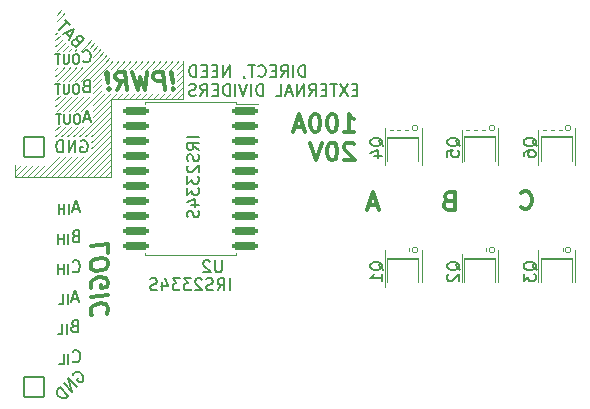
<source format=gbo>
G04 #@! TF.GenerationSoftware,KiCad,Pcbnew,6.0.1-79c1e3a40b~116~ubuntu21.04.1*
G04 #@! TF.CreationDate,2022-02-15T19:11:40-05:00*
G04 #@! TF.ProjectId,ESC_driver,4553435f-6472-4697-9665-722e6b696361,rev?*
G04 #@! TF.SameCoordinates,Original*
G04 #@! TF.FileFunction,Legend,Bot*
G04 #@! TF.FilePolarity,Positive*
%FSLAX46Y46*%
G04 Gerber Fmt 4.6, Leading zero omitted, Abs format (unit mm)*
G04 Created by KiCad (PCBNEW 6.0.1-79c1e3a40b~116~ubuntu21.04.1) date 2022-02-15 19:11:40*
%MOMM*%
%LPD*%
G01*
G04 APERTURE LIST*
G04 Aperture macros list*
%AMRoundRect*
0 Rectangle with rounded corners*
0 $1 Rounding radius*
0 $2 $3 $4 $5 $6 $7 $8 $9 X,Y pos of 4 corners*
0 Add a 4 corners polygon primitive as box body*
4,1,4,$2,$3,$4,$5,$6,$7,$8,$9,$2,$3,0*
0 Add four circle primitives for the rounded corners*
1,1,$1+$1,$2,$3*
1,1,$1+$1,$4,$5*
1,1,$1+$1,$6,$7*
1,1,$1+$1,$8,$9*
0 Add four rect primitives between the rounded corners*
20,1,$1+$1,$2,$3,$4,$5,0*
20,1,$1+$1,$4,$5,$6,$7,0*
20,1,$1+$1,$6,$7,$8,$9,0*
20,1,$1+$1,$8,$9,$2,$3,0*%
G04 Aperture macros list end*
%ADD10C,0.120000*%
%ADD11C,0.300000*%
%ADD12C,0.150000*%
%ADD13C,0.100000*%
%ADD14RoundRect,0.050000X0.850000X0.850000X-0.850000X0.850000X-0.850000X-0.850000X0.850000X-0.850000X0*%
%ADD15O,1.800000X1.800000*%
%ADD16RoundRect,0.050000X-0.200000X-0.200000X0.200000X-0.200000X0.200000X0.200000X-0.200000X0.200000X0*%
%ADD17RoundRect,0.050000X-1.325000X1.100000X-1.325000X-1.100000X1.325000X-1.100000X1.325000X1.100000X0*%
%ADD18RoundRect,0.200000X0.875000X0.150000X-0.875000X0.150000X-0.875000X-0.150000X0.875000X-0.150000X0*%
G04 APERTURE END LIST*
D10*
X99949000Y-137795000D02*
X100076000Y-137668000D01*
X104648000Y-134620000D02*
X105156000Y-134112000D01*
X109728000Y-131572000D02*
X109728000Y-131445000D01*
X100838000Y-134366000D02*
X100584000Y-134620000D01*
X102108000Y-132588000D02*
X101854000Y-132842000D01*
X97536000Y-140208000D02*
X96520000Y-141224000D01*
X98044000Y-140208000D02*
X97028000Y-141224000D01*
X102108000Y-131572000D02*
X102616000Y-131064000D01*
X101473000Y-137795000D02*
X101600000Y-137668000D01*
X109728000Y-133604000D02*
X108712000Y-134620000D01*
X100203000Y-131953000D02*
X100076000Y-132080000D01*
X102108000Y-133604000D02*
X102616000Y-133096000D01*
X100584000Y-141224000D02*
X103632000Y-138176000D01*
X102616000Y-133604000D02*
X102870000Y-133350000D01*
X100076000Y-134620000D02*
X99060000Y-135636000D01*
X103632000Y-141224000D02*
X103632000Y-134620000D01*
X100457000Y-137795000D02*
X100584000Y-137668000D01*
X105664000Y-134112000D02*
X105156000Y-134620000D01*
X100965000Y-137795000D02*
X101092000Y-137668000D01*
X103632000Y-134620000D02*
X109728000Y-134620000D01*
X100838000Y-136906000D02*
X100584000Y-137160000D01*
X102616000Y-133096000D02*
X102870000Y-132842000D01*
X102108000Y-133096000D02*
X103632000Y-131572000D01*
X109220000Y-132588000D02*
X109728000Y-132080000D01*
X105664000Y-132080000D02*
X106172000Y-131572000D01*
X104140000Y-132080000D02*
X104648000Y-131572000D01*
X109347000Y-131445000D02*
X109220000Y-131572000D01*
X103632000Y-137668000D02*
X100076000Y-141224000D01*
X99187000Y-131953000D02*
X98933000Y-132207000D01*
X101092000Y-137668000D02*
X103632000Y-135128000D01*
X99568000Y-133096000D02*
X100584000Y-132080000D01*
X99822000Y-139446000D02*
X99568000Y-139700000D01*
X104775000Y-131445000D02*
X104648000Y-131572000D01*
X101981000Y-137795000D02*
X102108000Y-137668000D01*
X100076000Y-133096000D02*
X101092000Y-132080000D01*
X101092000Y-141224000D02*
X103632000Y-138684000D01*
X99568000Y-127508000D02*
X99695000Y-127381000D01*
X103124000Y-134112000D02*
X102108000Y-135128000D01*
X104267000Y-131445000D02*
X104140000Y-131572000D01*
X109728000Y-133096000D02*
X109220000Y-133604000D01*
X99822000Y-136906000D02*
X99568000Y-137160000D01*
X107188000Y-132080000D02*
X107696000Y-131572000D01*
X99695000Y-131953000D02*
X99568000Y-132080000D01*
X108712000Y-134112000D02*
X108204000Y-134620000D01*
X103759000Y-131445000D02*
X103632000Y-131572000D01*
X99568000Y-137668000D02*
X100076000Y-137160000D01*
X101346000Y-139446000D02*
X101092000Y-139700000D01*
X105664000Y-134620000D02*
X106172000Y-134112000D01*
X101219000Y-131953000D02*
X101092000Y-132080000D01*
X102108000Y-138176000D02*
X103632000Y-136652000D01*
X104140000Y-134112000D02*
X102108000Y-136144000D01*
X100330000Y-136906000D02*
X100076000Y-137160000D01*
X98933000Y-129159000D02*
X99060000Y-129032000D01*
X107315000Y-131445000D02*
X107188000Y-131572000D01*
X108712000Y-132080000D02*
X109220000Y-131572000D01*
X105156000Y-132080000D02*
X105664000Y-131572000D01*
X101092000Y-133096000D02*
X103124000Y-131064000D01*
X108204000Y-132080000D02*
X108712000Y-131572000D01*
X101092000Y-134620000D02*
X100076000Y-135636000D01*
X100330000Y-139446000D02*
X100076000Y-139700000D01*
X100584000Y-130556000D02*
X100711000Y-130429000D01*
X104648000Y-134112000D02*
X104140000Y-134620000D01*
X103124000Y-141224000D02*
X103632000Y-140716000D01*
X99568000Y-132588000D02*
X100076000Y-132080000D01*
X103632000Y-132080000D02*
X104140000Y-131572000D01*
X99060000Y-130048000D02*
X99568000Y-129540000D01*
X99568000Y-139700000D02*
X98044000Y-141224000D01*
X98933000Y-132715000D02*
X99060000Y-132588000D01*
X98933000Y-137795000D02*
X99060000Y-137668000D01*
X108331000Y-131445000D02*
X108204000Y-131572000D01*
X101981000Y-138811000D02*
X102108000Y-138684000D01*
X99060000Y-132588000D02*
X99568000Y-132080000D01*
X99060000Y-139700000D02*
X97536000Y-141224000D01*
X97028000Y-140208000D02*
X96012000Y-141224000D01*
X100330000Y-134366000D02*
X100076000Y-134620000D01*
X105791000Y-131445000D02*
X105664000Y-131572000D01*
X106680000Y-134620000D02*
X107188000Y-134112000D01*
X102616000Y-134112000D02*
X101092000Y-135636000D01*
X109220000Y-133096000D02*
X109728000Y-132588000D01*
X101854000Y-134366000D02*
X101600000Y-134620000D01*
X106172000Y-132080000D02*
X106680000Y-131572000D01*
X98933000Y-137287000D02*
X99314000Y-136906000D01*
X98933000Y-135255000D02*
X99060000Y-135128000D01*
X101981000Y-138303000D02*
X102108000Y-138176000D01*
X102108000Y-134112000D02*
X102616000Y-133604000D01*
X102108000Y-135636000D02*
X103632000Y-134112000D01*
X101600000Y-134620000D02*
X100584000Y-135636000D01*
X107823000Y-131445000D02*
X107696000Y-131572000D01*
X101981000Y-129667000D02*
X101600000Y-130048000D01*
X99060000Y-127508000D02*
X99441000Y-127127000D01*
X103251000Y-130937000D02*
X103124000Y-131064000D01*
X99822000Y-129794000D02*
X99568000Y-130048000D01*
X100838000Y-139446000D02*
X100584000Y-139700000D01*
X95504000Y-141224000D02*
X103632000Y-141224000D01*
X102108000Y-132588000D02*
X103124000Y-131572000D01*
X99314000Y-134366000D02*
X98933000Y-134747000D01*
X98933000Y-130175000D02*
X99060000Y-130048000D01*
X107696000Y-132080000D02*
X108204000Y-131572000D01*
X100711000Y-131953000D02*
X100584000Y-132080000D01*
X106807000Y-131445000D02*
X106680000Y-131572000D01*
X99060000Y-133096000D02*
X99568000Y-132588000D01*
X103124000Y-131572000D02*
X103505000Y-131191000D01*
X102108000Y-141224000D02*
X103632000Y-139700000D01*
X99441000Y-137795000D02*
X99568000Y-137668000D01*
X109220000Y-134620000D02*
X109728000Y-134112000D01*
X100584000Y-133096000D02*
X101600000Y-132080000D01*
X106680000Y-134112000D02*
X106172000Y-134620000D01*
X102997000Y-130683000D02*
X102616000Y-131064000D01*
X102108000Y-131064000D02*
X102616000Y-130556000D01*
X100584000Y-134620000D02*
X99568000Y-135636000D01*
X108204000Y-134112000D02*
X107696000Y-134620000D01*
X102616000Y-134112000D02*
X102870000Y-133858000D01*
X101600000Y-137668000D02*
X103632000Y-135636000D01*
X105283000Y-131445000D02*
X105156000Y-131572000D01*
X102235000Y-129921000D02*
X101854000Y-130302000D01*
X99314000Y-139446000D02*
X99060000Y-139700000D01*
X100330000Y-130302000D02*
X100076000Y-130556000D01*
X99568000Y-137160000D02*
X99060000Y-137668000D01*
X109728000Y-134620000D02*
X109728000Y-131572000D01*
X99060000Y-128016000D02*
X99568000Y-127508000D01*
X107696000Y-134112000D02*
X107188000Y-134620000D01*
X102108000Y-131572000D02*
X101600000Y-132080000D01*
X96012000Y-140208000D02*
X95504000Y-140716000D01*
X108712000Y-131572000D02*
X108839000Y-131445000D01*
X100584000Y-137668000D02*
X101092000Y-137160000D01*
X95504000Y-141224000D02*
X95504000Y-140208000D01*
X101092000Y-130556000D02*
X101600000Y-130048000D01*
X106680000Y-132080000D02*
X107188000Y-131572000D01*
X102108000Y-138684000D02*
X103632000Y-137160000D01*
X103632000Y-139192000D02*
X101600000Y-141224000D01*
X100584000Y-139700000D02*
X99060000Y-141224000D01*
X106299000Y-131445000D02*
X106172000Y-131572000D01*
X99314000Y-129286000D02*
X98933000Y-129667000D01*
X99822000Y-134366000D02*
X99568000Y-134620000D01*
X109220000Y-132080000D02*
X109728000Y-131572000D01*
X101346000Y-134366000D02*
X101092000Y-134620000D01*
X102743000Y-130429000D02*
X102616000Y-130556000D01*
X99568000Y-134620000D02*
X99060000Y-135128000D01*
X102489000Y-130175000D02*
X102108000Y-130556000D01*
X104648000Y-132080000D02*
X105156000Y-131572000D01*
X99060000Y-130556000D02*
X99568000Y-130048000D01*
X100076000Y-139700000D02*
X98552000Y-141224000D01*
X100584000Y-137160000D02*
X100076000Y-137668000D01*
X102108000Y-137668000D02*
X103632000Y-136144000D01*
X103632000Y-140208000D02*
X102616000Y-141224000D01*
X101092000Y-139700000D02*
X99568000Y-141224000D01*
X99568000Y-130556000D02*
X100076000Y-130048000D01*
X101346000Y-136906000D02*
X101092000Y-137160000D01*
X96520000Y-140208000D02*
X95504000Y-141224000D01*
D11*
X126202142Y-143587000D02*
X125487857Y-143587000D01*
X126345000Y-144015571D02*
X125845000Y-142515571D01*
X125345000Y-144015571D01*
D12*
X111097380Y-137879857D02*
X110097380Y-137879857D01*
X111097380Y-138927476D02*
X110621190Y-138594142D01*
X111097380Y-138356047D02*
X110097380Y-138356047D01*
X110097380Y-138737000D01*
X110145000Y-138832238D01*
X110192619Y-138879857D01*
X110287857Y-138927476D01*
X110430714Y-138927476D01*
X110525952Y-138879857D01*
X110573571Y-138832238D01*
X110621190Y-138737000D01*
X110621190Y-138356047D01*
X111049761Y-139308428D02*
X111097380Y-139451285D01*
X111097380Y-139689380D01*
X111049761Y-139784619D01*
X111002142Y-139832238D01*
X110906904Y-139879857D01*
X110811666Y-139879857D01*
X110716428Y-139832238D01*
X110668809Y-139784619D01*
X110621190Y-139689380D01*
X110573571Y-139498904D01*
X110525952Y-139403666D01*
X110478333Y-139356047D01*
X110383095Y-139308428D01*
X110287857Y-139308428D01*
X110192619Y-139356047D01*
X110145000Y-139403666D01*
X110097380Y-139498904D01*
X110097380Y-139737000D01*
X110145000Y-139879857D01*
X110192619Y-140260809D02*
X110145000Y-140308428D01*
X110097380Y-140403666D01*
X110097380Y-140641761D01*
X110145000Y-140737000D01*
X110192619Y-140784619D01*
X110287857Y-140832238D01*
X110383095Y-140832238D01*
X110525952Y-140784619D01*
X111097380Y-140213190D01*
X111097380Y-140832238D01*
X110097380Y-141165571D02*
X110097380Y-141784619D01*
X110478333Y-141451285D01*
X110478333Y-141594142D01*
X110525952Y-141689380D01*
X110573571Y-141737000D01*
X110668809Y-141784619D01*
X110906904Y-141784619D01*
X111002142Y-141737000D01*
X111049761Y-141689380D01*
X111097380Y-141594142D01*
X111097380Y-141308428D01*
X111049761Y-141213190D01*
X111002142Y-141165571D01*
X110097380Y-142117952D02*
X110097380Y-142737000D01*
X110478333Y-142403666D01*
X110478333Y-142546523D01*
X110525952Y-142641761D01*
X110573571Y-142689380D01*
X110668809Y-142737000D01*
X110906904Y-142737000D01*
X111002142Y-142689380D01*
X111049761Y-142641761D01*
X111097380Y-142546523D01*
X111097380Y-142260809D01*
X111049761Y-142165571D01*
X111002142Y-142117952D01*
X110430714Y-143594142D02*
X111097380Y-143594142D01*
X110049761Y-143356047D02*
X110764047Y-143117952D01*
X110764047Y-143737000D01*
X111049761Y-144070333D02*
X111097380Y-144213190D01*
X111097380Y-144451285D01*
X111049761Y-144546523D01*
X111002142Y-144594142D01*
X110906904Y-144641761D01*
X110811666Y-144641761D01*
X110716428Y-144594142D01*
X110668809Y-144546523D01*
X110621190Y-144451285D01*
X110573571Y-144260809D01*
X110525952Y-144165571D01*
X110478333Y-144117952D01*
X110383095Y-144070333D01*
X110287857Y-144070333D01*
X110192619Y-144117952D01*
X110145000Y-144165571D01*
X110097380Y-144260809D01*
X110097380Y-144498904D01*
X110145000Y-144641761D01*
X100396000Y-149201142D02*
X100443619Y-149248761D01*
X100586476Y-149296380D01*
X100681714Y-149296380D01*
X100824571Y-149248761D01*
X100919809Y-149153523D01*
X100967428Y-149058285D01*
X101015047Y-148867809D01*
X101015047Y-148724952D01*
X100967428Y-148534476D01*
X100919809Y-148439238D01*
X100824571Y-148344000D01*
X100681714Y-148296380D01*
X100586476Y-148296380D01*
X100443619Y-148344000D01*
X100396000Y-148391619D01*
X100015047Y-149405904D02*
X100015047Y-148605904D01*
X99634095Y-149405904D02*
X99634095Y-148605904D01*
X99634095Y-148986857D02*
X99176952Y-148986857D01*
X99176952Y-149405904D02*
X99176952Y-148605904D01*
X100538857Y-153852571D02*
X100396000Y-153900190D01*
X100348380Y-153947809D01*
X100300761Y-154043047D01*
X100300761Y-154185904D01*
X100348380Y-154281142D01*
X100396000Y-154328761D01*
X100491238Y-154376380D01*
X100872190Y-154376380D01*
X100872190Y-153376380D01*
X100538857Y-153376380D01*
X100443619Y-153424000D01*
X100396000Y-153471619D01*
X100348380Y-153566857D01*
X100348380Y-153662095D01*
X100396000Y-153757333D01*
X100443619Y-153804952D01*
X100538857Y-153852571D01*
X100872190Y-153852571D01*
X99919809Y-154485904D02*
X99919809Y-153685904D01*
X99157904Y-154485904D02*
X99538857Y-154485904D01*
X99538857Y-153685904D01*
X120079500Y-132743380D02*
X120079500Y-131743380D01*
X119841404Y-131743380D01*
X119698547Y-131791000D01*
X119603309Y-131886238D01*
X119555690Y-131981476D01*
X119508071Y-132171952D01*
X119508071Y-132314809D01*
X119555690Y-132505285D01*
X119603309Y-132600523D01*
X119698547Y-132695761D01*
X119841404Y-132743380D01*
X120079500Y-132743380D01*
X119079500Y-132743380D02*
X119079500Y-131743380D01*
X118031880Y-132743380D02*
X118365214Y-132267190D01*
X118603309Y-132743380D02*
X118603309Y-131743380D01*
X118222357Y-131743380D01*
X118127119Y-131791000D01*
X118079500Y-131838619D01*
X118031880Y-131933857D01*
X118031880Y-132076714D01*
X118079500Y-132171952D01*
X118127119Y-132219571D01*
X118222357Y-132267190D01*
X118603309Y-132267190D01*
X117603309Y-132219571D02*
X117269976Y-132219571D01*
X117127119Y-132743380D02*
X117603309Y-132743380D01*
X117603309Y-131743380D01*
X117127119Y-131743380D01*
X116127119Y-132648142D02*
X116174738Y-132695761D01*
X116317595Y-132743380D01*
X116412833Y-132743380D01*
X116555690Y-132695761D01*
X116650928Y-132600523D01*
X116698547Y-132505285D01*
X116746166Y-132314809D01*
X116746166Y-132171952D01*
X116698547Y-131981476D01*
X116650928Y-131886238D01*
X116555690Y-131791000D01*
X116412833Y-131743380D01*
X116317595Y-131743380D01*
X116174738Y-131791000D01*
X116127119Y-131838619D01*
X115841404Y-131743380D02*
X115269976Y-131743380D01*
X115555690Y-132743380D02*
X115555690Y-131743380D01*
X114889023Y-132695761D02*
X114889023Y-132743380D01*
X114936642Y-132838619D01*
X114984261Y-132886238D01*
X113698547Y-132743380D02*
X113698547Y-131743380D01*
X113127119Y-132743380D01*
X113127119Y-131743380D01*
X112650928Y-132219571D02*
X112317595Y-132219571D01*
X112174738Y-132743380D02*
X112650928Y-132743380D01*
X112650928Y-131743380D01*
X112174738Y-131743380D01*
X111746166Y-132219571D02*
X111412833Y-132219571D01*
X111269976Y-132743380D02*
X111746166Y-132743380D01*
X111746166Y-131743380D01*
X111269976Y-131743380D01*
X110841404Y-132743380D02*
X110841404Y-131743380D01*
X110603309Y-131743380D01*
X110460452Y-131791000D01*
X110365214Y-131886238D01*
X110317595Y-131981476D01*
X110269976Y-132171952D01*
X110269976Y-132314809D01*
X110317595Y-132505285D01*
X110365214Y-132600523D01*
X110460452Y-132695761D01*
X110603309Y-132743380D01*
X110841404Y-132743380D01*
X124508071Y-133829571D02*
X124174738Y-133829571D01*
X124031880Y-134353380D02*
X124508071Y-134353380D01*
X124508071Y-133353380D01*
X124031880Y-133353380D01*
X123698547Y-133353380D02*
X123031880Y-134353380D01*
X123031880Y-133353380D02*
X123698547Y-134353380D01*
X122793785Y-133353380D02*
X122222357Y-133353380D01*
X122508071Y-134353380D02*
X122508071Y-133353380D01*
X121889023Y-133829571D02*
X121555690Y-133829571D01*
X121412833Y-134353380D02*
X121889023Y-134353380D01*
X121889023Y-133353380D01*
X121412833Y-133353380D01*
X120412833Y-134353380D02*
X120746166Y-133877190D01*
X120984261Y-134353380D02*
X120984261Y-133353380D01*
X120603309Y-133353380D01*
X120508071Y-133401000D01*
X120460452Y-133448619D01*
X120412833Y-133543857D01*
X120412833Y-133686714D01*
X120460452Y-133781952D01*
X120508071Y-133829571D01*
X120603309Y-133877190D01*
X120984261Y-133877190D01*
X119984261Y-134353380D02*
X119984261Y-133353380D01*
X119412833Y-134353380D01*
X119412833Y-133353380D01*
X118984261Y-134067666D02*
X118508071Y-134067666D01*
X119079500Y-134353380D02*
X118746166Y-133353380D01*
X118412833Y-134353380D01*
X117603309Y-134353380D02*
X118079500Y-134353380D01*
X118079500Y-133353380D01*
X116508071Y-134353380D02*
X116508071Y-133353380D01*
X116269976Y-133353380D01*
X116127119Y-133401000D01*
X116031880Y-133496238D01*
X115984261Y-133591476D01*
X115936642Y-133781952D01*
X115936642Y-133924809D01*
X115984261Y-134115285D01*
X116031880Y-134210523D01*
X116127119Y-134305761D01*
X116269976Y-134353380D01*
X116508071Y-134353380D01*
X115508071Y-134353380D02*
X115508071Y-133353380D01*
X115174738Y-133353380D02*
X114841404Y-134353380D01*
X114508071Y-133353380D01*
X114174738Y-134353380D02*
X114174738Y-133353380D01*
X113698547Y-134353380D02*
X113698547Y-133353380D01*
X113460452Y-133353380D01*
X113317595Y-133401000D01*
X113222357Y-133496238D01*
X113174738Y-133591476D01*
X113127119Y-133781952D01*
X113127119Y-133924809D01*
X113174738Y-134115285D01*
X113222357Y-134210523D01*
X113317595Y-134305761D01*
X113460452Y-134353380D01*
X113698547Y-134353380D01*
X112698547Y-133829571D02*
X112365214Y-133829571D01*
X112222357Y-134353380D02*
X112698547Y-134353380D01*
X112698547Y-133353380D01*
X112222357Y-133353380D01*
X111222357Y-134353380D02*
X111555690Y-133877190D01*
X111793785Y-134353380D02*
X111793785Y-133353380D01*
X111412833Y-133353380D01*
X111317595Y-133401000D01*
X111269976Y-133448619D01*
X111222357Y-133543857D01*
X111222357Y-133686714D01*
X111269976Y-133781952D01*
X111317595Y-133829571D01*
X111412833Y-133877190D01*
X111793785Y-133877190D01*
X110841404Y-134305761D02*
X110698547Y-134353380D01*
X110460452Y-134353380D01*
X110365214Y-134305761D01*
X110317595Y-134258142D01*
X110269976Y-134162904D01*
X110269976Y-134067666D01*
X110317595Y-133972428D01*
X110365214Y-133924809D01*
X110460452Y-133877190D01*
X110650928Y-133829571D01*
X110746166Y-133781952D01*
X110793785Y-133734333D01*
X110841404Y-133639095D01*
X110841404Y-133543857D01*
X110793785Y-133448619D01*
X110746166Y-133401000D01*
X110650928Y-133353380D01*
X110412833Y-133353380D01*
X110269976Y-133401000D01*
D11*
X132237857Y-143229857D02*
X132023571Y-143301285D01*
X131952142Y-143372714D01*
X131880714Y-143515571D01*
X131880714Y-143729857D01*
X131952142Y-143872714D01*
X132023571Y-143944142D01*
X132166428Y-144015571D01*
X132737857Y-144015571D01*
X132737857Y-142515571D01*
X132237857Y-142515571D01*
X132095000Y-142587000D01*
X132023571Y-142658428D01*
X131952142Y-142801285D01*
X131952142Y-142944142D01*
X132023571Y-143087000D01*
X132095000Y-143158428D01*
X132237857Y-143229857D01*
X132737857Y-143229857D01*
D12*
X101548428Y-133532571D02*
X101405571Y-133580190D01*
X101357952Y-133627809D01*
X101310333Y-133723047D01*
X101310333Y-133865904D01*
X101357952Y-133961142D01*
X101405571Y-134008761D01*
X101500809Y-134056380D01*
X101881761Y-134056380D01*
X101881761Y-133056380D01*
X101548428Y-133056380D01*
X101453190Y-133104000D01*
X101405571Y-133151619D01*
X101357952Y-133246857D01*
X101357952Y-133342095D01*
X101405571Y-133437333D01*
X101453190Y-133484952D01*
X101548428Y-133532571D01*
X101881761Y-133532571D01*
X100777000Y-133365904D02*
X100624619Y-133365904D01*
X100548428Y-133404000D01*
X100472238Y-133480190D01*
X100434142Y-133632571D01*
X100434142Y-133899238D01*
X100472238Y-134051619D01*
X100548428Y-134127809D01*
X100624619Y-134165904D01*
X100777000Y-134165904D01*
X100853190Y-134127809D01*
X100929380Y-134051619D01*
X100967476Y-133899238D01*
X100967476Y-133632571D01*
X100929380Y-133480190D01*
X100853190Y-133404000D01*
X100777000Y-133365904D01*
X100091285Y-133365904D02*
X100091285Y-134013523D01*
X100053190Y-134089714D01*
X100015095Y-134127809D01*
X99938904Y-134165904D01*
X99786523Y-134165904D01*
X99710333Y-134127809D01*
X99672238Y-134089714D01*
X99634142Y-134013523D01*
X99634142Y-133365904D01*
X99367476Y-133365904D02*
X98910333Y-133365904D01*
X99138904Y-134165904D02*
X99138904Y-133365904D01*
X100408194Y-157984698D02*
X100441866Y-157883683D01*
X100542881Y-157782668D01*
X100677568Y-157715324D01*
X100812255Y-157715324D01*
X100913270Y-157748996D01*
X101081629Y-157850011D01*
X101182644Y-157951026D01*
X101283660Y-158119385D01*
X101317331Y-158220400D01*
X101317331Y-158355087D01*
X101249988Y-158489774D01*
X101182644Y-158557118D01*
X101047957Y-158624461D01*
X100980614Y-158624461D01*
X100744912Y-158388759D01*
X100879599Y-158254072D01*
X100744912Y-158994851D02*
X100037805Y-158287744D01*
X100340851Y-159398912D01*
X99633744Y-158691805D01*
X100004133Y-159735629D02*
X99297026Y-159028522D01*
X99128668Y-159196881D01*
X99061324Y-159331568D01*
X99061324Y-159466255D01*
X99094996Y-159567270D01*
X99196011Y-159735629D01*
X99297026Y-159836644D01*
X99465385Y-159937660D01*
X99566400Y-159971331D01*
X99701087Y-159971331D01*
X99835774Y-159903988D01*
X100004133Y-159735629D01*
X100795419Y-129630404D02*
X100660732Y-129563061D01*
X100593389Y-129563061D01*
X100492374Y-129596732D01*
X100391358Y-129697748D01*
X100357687Y-129798763D01*
X100357687Y-129866106D01*
X100391358Y-129967122D01*
X100660732Y-130236496D01*
X101367839Y-129529389D01*
X101132137Y-129293687D01*
X101031122Y-129260015D01*
X100963778Y-129260015D01*
X100862763Y-129293687D01*
X100795419Y-129361030D01*
X100761748Y-129462045D01*
X100761748Y-129529389D01*
X100795419Y-129630404D01*
X101031122Y-129866106D01*
X100189328Y-129361030D02*
X99852610Y-129024312D01*
X100054641Y-129630404D02*
X100526045Y-128687595D01*
X99583236Y-129159000D01*
X100155656Y-128317206D02*
X99751595Y-127913145D01*
X99246519Y-128822282D02*
X99953625Y-128115175D01*
D11*
X103421571Y-147626482D02*
X103421571Y-146912196D01*
X101921571Y-147099696D01*
X101921571Y-148599696D02*
X101921571Y-148885410D01*
X101993000Y-149019339D01*
X102135857Y-149144339D01*
X102421571Y-149180053D01*
X102921571Y-149117553D01*
X103207285Y-149010410D01*
X103350142Y-148849696D01*
X103421571Y-148697910D01*
X103421571Y-148412196D01*
X103350142Y-148278267D01*
X103207285Y-148153267D01*
X102921571Y-148117553D01*
X102421571Y-148180053D01*
X102135857Y-148287196D01*
X101993000Y-148447910D01*
X101921571Y-148599696D01*
X101993000Y-150662196D02*
X101921571Y-150528267D01*
X101921571Y-150313982D01*
X101993000Y-150090767D01*
X102135857Y-149930053D01*
X102278714Y-149840767D01*
X102564428Y-149733625D01*
X102778714Y-149706839D01*
X103064428Y-149742553D01*
X103207285Y-149796125D01*
X103350142Y-149921125D01*
X103421571Y-150126482D01*
X103421571Y-150269339D01*
X103350142Y-150492553D01*
X103278714Y-150572910D01*
X102778714Y-150635410D01*
X102778714Y-150349696D01*
X103421571Y-151197910D02*
X101921571Y-151385410D01*
X103278714Y-152787196D02*
X103350142Y-152706839D01*
X103421571Y-152483625D01*
X103421571Y-152340767D01*
X103350142Y-152135410D01*
X103207285Y-152010410D01*
X103064428Y-151956839D01*
X102778714Y-151921125D01*
X102564428Y-151947910D01*
X102278714Y-152055053D01*
X102135857Y-152144339D01*
X101993000Y-152305053D01*
X101921571Y-152528267D01*
X101921571Y-152671125D01*
X101993000Y-152876482D01*
X102064428Y-152938982D01*
D12*
X100634095Y-146232571D02*
X100491238Y-146280190D01*
X100443619Y-146327809D01*
X100396000Y-146423047D01*
X100396000Y-146565904D01*
X100443619Y-146661142D01*
X100491238Y-146708761D01*
X100586476Y-146756380D01*
X100967428Y-146756380D01*
X100967428Y-145756380D01*
X100634095Y-145756380D01*
X100538857Y-145804000D01*
X100491238Y-145851619D01*
X100443619Y-145946857D01*
X100443619Y-146042095D01*
X100491238Y-146137333D01*
X100538857Y-146184952D01*
X100634095Y-146232571D01*
X100967428Y-146232571D01*
X100015047Y-146865904D02*
X100015047Y-146065904D01*
X99634095Y-146865904D02*
X99634095Y-146065904D01*
X99634095Y-146446857D02*
X99176952Y-146446857D01*
X99176952Y-146865904D02*
X99176952Y-146065904D01*
X101857952Y-136310666D02*
X101381761Y-136310666D01*
X101953190Y-136596380D02*
X101619857Y-135596380D01*
X101286523Y-136596380D01*
X100848428Y-135905904D02*
X100696047Y-135905904D01*
X100619857Y-135944000D01*
X100543666Y-136020190D01*
X100505571Y-136172571D01*
X100505571Y-136439238D01*
X100543666Y-136591619D01*
X100619857Y-136667809D01*
X100696047Y-136705904D01*
X100848428Y-136705904D01*
X100924619Y-136667809D01*
X101000809Y-136591619D01*
X101038904Y-136439238D01*
X101038904Y-136172571D01*
X101000809Y-136020190D01*
X100924619Y-135944000D01*
X100848428Y-135905904D01*
X100162714Y-135905904D02*
X100162714Y-136553523D01*
X100124619Y-136629714D01*
X100086523Y-136667809D01*
X100010333Y-136705904D01*
X99857952Y-136705904D01*
X99781761Y-136667809D01*
X99743666Y-136629714D01*
X99705571Y-136553523D01*
X99705571Y-135905904D01*
X99438904Y-135905904D02*
X98981761Y-135905904D01*
X99210333Y-136705904D02*
X99210333Y-135905904D01*
X100427761Y-156821142D02*
X100475380Y-156868761D01*
X100618238Y-156916380D01*
X100713476Y-156916380D01*
X100856333Y-156868761D01*
X100951571Y-156773523D01*
X100999190Y-156678285D01*
X101046809Y-156487809D01*
X101046809Y-156344952D01*
X100999190Y-156154476D01*
X100951571Y-156059238D01*
X100856333Y-155964000D01*
X100713476Y-155916380D01*
X100618238Y-155916380D01*
X100475380Y-155964000D01*
X100427761Y-156011619D01*
X100046809Y-157025904D02*
X100046809Y-156225904D01*
X99284904Y-157025904D02*
X99665857Y-157025904D01*
X99665857Y-156225904D01*
X101111904Y-138184000D02*
X101207142Y-138136380D01*
X101350000Y-138136380D01*
X101492857Y-138184000D01*
X101588095Y-138279238D01*
X101635714Y-138374476D01*
X101683333Y-138564952D01*
X101683333Y-138707809D01*
X101635714Y-138898285D01*
X101588095Y-138993523D01*
X101492857Y-139088761D01*
X101350000Y-139136380D01*
X101254761Y-139136380D01*
X101111904Y-139088761D01*
X101064285Y-139041142D01*
X101064285Y-138707809D01*
X101254761Y-138707809D01*
X100635714Y-139136380D02*
X100635714Y-138136380D01*
X100064285Y-139136380D01*
X100064285Y-138136380D01*
X99588095Y-139136380D02*
X99588095Y-138136380D01*
X99350000Y-138136380D01*
X99207142Y-138184000D01*
X99111904Y-138279238D01*
X99064285Y-138374476D01*
X99016666Y-138564952D01*
X99016666Y-138707809D01*
X99064285Y-138898285D01*
X99111904Y-138993523D01*
X99207142Y-139088761D01*
X99350000Y-139136380D01*
X99588095Y-139136380D01*
D11*
X108922603Y-133682514D02*
X108860103Y-133753942D01*
X108940460Y-133825371D01*
X109002960Y-133753942D01*
X108922603Y-133682514D01*
X108940460Y-133825371D01*
X108869032Y-133253942D02*
X108833317Y-132396800D01*
X108752960Y-132325371D01*
X108690460Y-132396800D01*
X108869032Y-133253942D01*
X108752960Y-132325371D01*
X108226175Y-133825371D02*
X108038675Y-132325371D01*
X107467246Y-132325371D01*
X107333317Y-132396800D01*
X107270817Y-132468228D01*
X107217246Y-132611085D01*
X107244032Y-132825371D01*
X107333317Y-132968228D01*
X107413675Y-133039657D01*
X107565460Y-133111085D01*
X108136889Y-133111085D01*
X106681532Y-132325371D02*
X106511889Y-133825371D01*
X106092246Y-132753942D01*
X105940460Y-133825371D01*
X105395817Y-132325371D01*
X104154746Y-133825371D02*
X104565460Y-133111085D01*
X105011889Y-133825371D02*
X104824389Y-132325371D01*
X104252960Y-132325371D01*
X104119032Y-132396800D01*
X104056532Y-132468228D01*
X104002960Y-132611085D01*
X104029746Y-132825371D01*
X104119032Y-132968228D01*
X104199389Y-133039657D01*
X104351175Y-133111085D01*
X104922603Y-133111085D01*
X103494032Y-133682514D02*
X103431532Y-133753942D01*
X103511889Y-133825371D01*
X103574389Y-133753942D01*
X103494032Y-133682514D01*
X103511889Y-133825371D01*
X103440460Y-133253942D02*
X103404746Y-132396800D01*
X103324389Y-132325371D01*
X103261889Y-132396800D01*
X103440460Y-133253942D01*
X103324389Y-132325371D01*
D12*
X113720142Y-150820380D02*
X113720142Y-149820380D01*
X112672523Y-150820380D02*
X113005857Y-150344190D01*
X113243952Y-150820380D02*
X113243952Y-149820380D01*
X112863000Y-149820380D01*
X112767761Y-149868000D01*
X112720142Y-149915619D01*
X112672523Y-150010857D01*
X112672523Y-150153714D01*
X112720142Y-150248952D01*
X112767761Y-150296571D01*
X112863000Y-150344190D01*
X113243952Y-150344190D01*
X112291571Y-150772761D02*
X112148714Y-150820380D01*
X111910619Y-150820380D01*
X111815380Y-150772761D01*
X111767761Y-150725142D01*
X111720142Y-150629904D01*
X111720142Y-150534666D01*
X111767761Y-150439428D01*
X111815380Y-150391809D01*
X111910619Y-150344190D01*
X112101095Y-150296571D01*
X112196333Y-150248952D01*
X112243952Y-150201333D01*
X112291571Y-150106095D01*
X112291571Y-150010857D01*
X112243952Y-149915619D01*
X112196333Y-149868000D01*
X112101095Y-149820380D01*
X111863000Y-149820380D01*
X111720142Y-149868000D01*
X111339190Y-149915619D02*
X111291571Y-149868000D01*
X111196333Y-149820380D01*
X110958238Y-149820380D01*
X110863000Y-149868000D01*
X110815380Y-149915619D01*
X110767761Y-150010857D01*
X110767761Y-150106095D01*
X110815380Y-150248952D01*
X111386809Y-150820380D01*
X110767761Y-150820380D01*
X110434428Y-149820380D02*
X109815380Y-149820380D01*
X110148714Y-150201333D01*
X110005857Y-150201333D01*
X109910619Y-150248952D01*
X109863000Y-150296571D01*
X109815380Y-150391809D01*
X109815380Y-150629904D01*
X109863000Y-150725142D01*
X109910619Y-150772761D01*
X110005857Y-150820380D01*
X110291571Y-150820380D01*
X110386809Y-150772761D01*
X110434428Y-150725142D01*
X109482047Y-149820380D02*
X108863000Y-149820380D01*
X109196333Y-150201333D01*
X109053476Y-150201333D01*
X108958238Y-150248952D01*
X108910619Y-150296571D01*
X108863000Y-150391809D01*
X108863000Y-150629904D01*
X108910619Y-150725142D01*
X108958238Y-150772761D01*
X109053476Y-150820380D01*
X109339190Y-150820380D01*
X109434428Y-150772761D01*
X109482047Y-150725142D01*
X108005857Y-150153714D02*
X108005857Y-150820380D01*
X108243952Y-149772761D02*
X108482047Y-150487047D01*
X107863000Y-150487047D01*
X107529666Y-150772761D02*
X107386809Y-150820380D01*
X107148714Y-150820380D01*
X107053476Y-150772761D01*
X107005857Y-150725142D01*
X106958238Y-150629904D01*
X106958238Y-150534666D01*
X107005857Y-150439428D01*
X107053476Y-150391809D01*
X107148714Y-150344190D01*
X107339190Y-150296571D01*
X107434428Y-150248952D01*
X107482047Y-150201333D01*
X107529666Y-150106095D01*
X107529666Y-150010857D01*
X107482047Y-149915619D01*
X107434428Y-149868000D01*
X107339190Y-149820380D01*
X107101095Y-149820380D01*
X106958238Y-149868000D01*
D11*
X123376142Y-137393071D02*
X124233285Y-137393071D01*
X123804714Y-137393071D02*
X123804714Y-135893071D01*
X123947571Y-136107357D01*
X124090428Y-136250214D01*
X124233285Y-136321642D01*
X122447571Y-135893071D02*
X122304714Y-135893071D01*
X122161857Y-135964500D01*
X122090428Y-136035928D01*
X122019000Y-136178785D01*
X121947571Y-136464500D01*
X121947571Y-136821642D01*
X122019000Y-137107357D01*
X122090428Y-137250214D01*
X122161857Y-137321642D01*
X122304714Y-137393071D01*
X122447571Y-137393071D01*
X122590428Y-137321642D01*
X122661857Y-137250214D01*
X122733285Y-137107357D01*
X122804714Y-136821642D01*
X122804714Y-136464500D01*
X122733285Y-136178785D01*
X122661857Y-136035928D01*
X122590428Y-135964500D01*
X122447571Y-135893071D01*
X121019000Y-135893071D02*
X120876142Y-135893071D01*
X120733285Y-135964500D01*
X120661857Y-136035928D01*
X120590428Y-136178785D01*
X120519000Y-136464500D01*
X120519000Y-136821642D01*
X120590428Y-137107357D01*
X120661857Y-137250214D01*
X120733285Y-137321642D01*
X120876142Y-137393071D01*
X121019000Y-137393071D01*
X121161857Y-137321642D01*
X121233285Y-137250214D01*
X121304714Y-137107357D01*
X121376142Y-136821642D01*
X121376142Y-136464500D01*
X121304714Y-136178785D01*
X121233285Y-136035928D01*
X121161857Y-135964500D01*
X121019000Y-135893071D01*
X119947571Y-136964500D02*
X119233285Y-136964500D01*
X120090428Y-137393071D02*
X119590428Y-135893071D01*
X119090428Y-137393071D01*
X124233285Y-138450928D02*
X124161857Y-138379500D01*
X124019000Y-138308071D01*
X123661857Y-138308071D01*
X123519000Y-138379500D01*
X123447571Y-138450928D01*
X123376142Y-138593785D01*
X123376142Y-138736642D01*
X123447571Y-138950928D01*
X124304714Y-139808071D01*
X123376142Y-139808071D01*
X122447571Y-138308071D02*
X122304714Y-138308071D01*
X122161857Y-138379500D01*
X122090428Y-138450928D01*
X122019000Y-138593785D01*
X121947571Y-138879500D01*
X121947571Y-139236642D01*
X122019000Y-139522357D01*
X122090428Y-139665214D01*
X122161857Y-139736642D01*
X122304714Y-139808071D01*
X122447571Y-139808071D01*
X122590428Y-139736642D01*
X122661857Y-139665214D01*
X122733285Y-139522357D01*
X122804714Y-139236642D01*
X122804714Y-138879500D01*
X122733285Y-138593785D01*
X122661857Y-138450928D01*
X122590428Y-138379500D01*
X122447571Y-138308071D01*
X121519000Y-138308071D02*
X121019000Y-139808071D01*
X120519000Y-138308071D01*
D12*
X100943619Y-143930666D02*
X100467428Y-143930666D01*
X101038857Y-144216380D02*
X100705523Y-143216380D01*
X100372190Y-144216380D01*
X100086476Y-144325904D02*
X100086476Y-143525904D01*
X99705523Y-144325904D02*
X99705523Y-143525904D01*
X99705523Y-143906857D02*
X99248380Y-143906857D01*
X99248380Y-144325904D02*
X99248380Y-143525904D01*
X100848380Y-151550666D02*
X100372190Y-151550666D01*
X100943619Y-151836380D02*
X100610285Y-150836380D01*
X100276952Y-151836380D01*
X99991238Y-151945904D02*
X99991238Y-151145904D01*
X99229333Y-151945904D02*
X99610285Y-151945904D01*
X99610285Y-151145904D01*
X101310333Y-131421142D02*
X101357952Y-131468761D01*
X101500809Y-131516380D01*
X101596047Y-131516380D01*
X101738904Y-131468761D01*
X101834142Y-131373523D01*
X101881761Y-131278285D01*
X101929380Y-131087809D01*
X101929380Y-130944952D01*
X101881761Y-130754476D01*
X101834142Y-130659238D01*
X101738904Y-130564000D01*
X101596047Y-130516380D01*
X101500809Y-130516380D01*
X101357952Y-130564000D01*
X101310333Y-130611619D01*
X100777000Y-130825904D02*
X100624619Y-130825904D01*
X100548428Y-130864000D01*
X100472238Y-130940190D01*
X100434142Y-131092571D01*
X100434142Y-131359238D01*
X100472238Y-131511619D01*
X100548428Y-131587809D01*
X100624619Y-131625904D01*
X100777000Y-131625904D01*
X100853190Y-131587809D01*
X100929380Y-131511619D01*
X100967476Y-131359238D01*
X100967476Y-131092571D01*
X100929380Y-130940190D01*
X100853190Y-130864000D01*
X100777000Y-130825904D01*
X100091285Y-130825904D02*
X100091285Y-131473523D01*
X100053190Y-131549714D01*
X100015095Y-131587809D01*
X99938904Y-131625904D01*
X99786523Y-131625904D01*
X99710333Y-131587809D01*
X99672238Y-131549714D01*
X99634142Y-131473523D01*
X99634142Y-130825904D01*
X99367476Y-130825904D02*
X98910333Y-130825904D01*
X99138904Y-131625904D02*
X99138904Y-130825904D01*
D11*
X138380714Y-143772714D02*
X138452142Y-143844142D01*
X138666428Y-143915571D01*
X138809285Y-143915571D01*
X139023571Y-143844142D01*
X139166428Y-143701285D01*
X139237857Y-143558428D01*
X139309285Y-143272714D01*
X139309285Y-143058428D01*
X139237857Y-142772714D01*
X139166428Y-142629857D01*
X139023571Y-142487000D01*
X138809285Y-142415571D01*
X138666428Y-142415571D01*
X138452142Y-142487000D01*
X138380714Y-142558428D01*
D12*
X126692619Y-149141761D02*
X126645000Y-149046523D01*
X126549761Y-148951285D01*
X126406904Y-148808428D01*
X126359285Y-148713190D01*
X126359285Y-148617952D01*
X126597380Y-148665571D02*
X126549761Y-148570333D01*
X126454523Y-148475095D01*
X126264047Y-148427476D01*
X125930714Y-148427476D01*
X125740238Y-148475095D01*
X125645000Y-148570333D01*
X125597380Y-148665571D01*
X125597380Y-148856047D01*
X125645000Y-148951285D01*
X125740238Y-149046523D01*
X125930714Y-149094142D01*
X126264047Y-149094142D01*
X126454523Y-149046523D01*
X126549761Y-148951285D01*
X126597380Y-148856047D01*
X126597380Y-148665571D01*
X126597380Y-150046523D02*
X126597380Y-149475095D01*
X126597380Y-149760809D02*
X125597380Y-149760809D01*
X125740238Y-149665571D01*
X125835476Y-149570333D01*
X125883095Y-149475095D01*
X133192619Y-149141761D02*
X133145000Y-149046523D01*
X133049761Y-148951285D01*
X132906904Y-148808428D01*
X132859285Y-148713190D01*
X132859285Y-148617952D01*
X133097380Y-148665571D02*
X133049761Y-148570333D01*
X132954523Y-148475095D01*
X132764047Y-148427476D01*
X132430714Y-148427476D01*
X132240238Y-148475095D01*
X132145000Y-148570333D01*
X132097380Y-148665571D01*
X132097380Y-148856047D01*
X132145000Y-148951285D01*
X132240238Y-149046523D01*
X132430714Y-149094142D01*
X132764047Y-149094142D01*
X132954523Y-149046523D01*
X133049761Y-148951285D01*
X133097380Y-148856047D01*
X133097380Y-148665571D01*
X132192619Y-149475095D02*
X132145000Y-149522714D01*
X132097380Y-149617952D01*
X132097380Y-149856047D01*
X132145000Y-149951285D01*
X132192619Y-149998904D01*
X132287857Y-150046523D01*
X132383095Y-150046523D01*
X132525952Y-149998904D01*
X133097380Y-149427476D01*
X133097380Y-150046523D01*
X139692619Y-149141761D02*
X139645000Y-149046523D01*
X139549761Y-148951285D01*
X139406904Y-148808428D01*
X139359285Y-148713190D01*
X139359285Y-148617952D01*
X139597380Y-148665571D02*
X139549761Y-148570333D01*
X139454523Y-148475095D01*
X139264047Y-148427476D01*
X138930714Y-148427476D01*
X138740238Y-148475095D01*
X138645000Y-148570333D01*
X138597380Y-148665571D01*
X138597380Y-148856047D01*
X138645000Y-148951285D01*
X138740238Y-149046523D01*
X138930714Y-149094142D01*
X139264047Y-149094142D01*
X139454523Y-149046523D01*
X139549761Y-148951285D01*
X139597380Y-148856047D01*
X139597380Y-148665571D01*
X138597380Y-149427476D02*
X138597380Y-150046523D01*
X138978333Y-149713190D01*
X138978333Y-149856047D01*
X139025952Y-149951285D01*
X139073571Y-149998904D01*
X139168809Y-150046523D01*
X139406904Y-150046523D01*
X139502142Y-149998904D01*
X139549761Y-149951285D01*
X139597380Y-149856047D01*
X139597380Y-149570333D01*
X139549761Y-149475095D01*
X139502142Y-149427476D01*
X126692619Y-138641761D02*
X126645000Y-138546523D01*
X126549761Y-138451285D01*
X126406904Y-138308428D01*
X126359285Y-138213190D01*
X126359285Y-138117952D01*
X126597380Y-138165571D02*
X126549761Y-138070333D01*
X126454523Y-137975095D01*
X126264047Y-137927476D01*
X125930714Y-137927476D01*
X125740238Y-137975095D01*
X125645000Y-138070333D01*
X125597380Y-138165571D01*
X125597380Y-138356047D01*
X125645000Y-138451285D01*
X125740238Y-138546523D01*
X125930714Y-138594142D01*
X126264047Y-138594142D01*
X126454523Y-138546523D01*
X126549761Y-138451285D01*
X126597380Y-138356047D01*
X126597380Y-138165571D01*
X125930714Y-139451285D02*
X126597380Y-139451285D01*
X125549761Y-139213190D02*
X126264047Y-138975095D01*
X126264047Y-139594142D01*
X133192619Y-138641761D02*
X133145000Y-138546523D01*
X133049761Y-138451285D01*
X132906904Y-138308428D01*
X132859285Y-138213190D01*
X132859285Y-138117952D01*
X133097380Y-138165571D02*
X133049761Y-138070333D01*
X132954523Y-137975095D01*
X132764047Y-137927476D01*
X132430714Y-137927476D01*
X132240238Y-137975095D01*
X132145000Y-138070333D01*
X132097380Y-138165571D01*
X132097380Y-138356047D01*
X132145000Y-138451285D01*
X132240238Y-138546523D01*
X132430714Y-138594142D01*
X132764047Y-138594142D01*
X132954523Y-138546523D01*
X133049761Y-138451285D01*
X133097380Y-138356047D01*
X133097380Y-138165571D01*
X132097380Y-139498904D02*
X132097380Y-139022714D01*
X132573571Y-138975095D01*
X132525952Y-139022714D01*
X132478333Y-139117952D01*
X132478333Y-139356047D01*
X132525952Y-139451285D01*
X132573571Y-139498904D01*
X132668809Y-139546523D01*
X132906904Y-139546523D01*
X133002142Y-139498904D01*
X133049761Y-139451285D01*
X133097380Y-139356047D01*
X133097380Y-139117952D01*
X133049761Y-139022714D01*
X133002142Y-138975095D01*
X139692619Y-138641761D02*
X139645000Y-138546523D01*
X139549761Y-138451285D01*
X139406904Y-138308428D01*
X139359285Y-138213190D01*
X139359285Y-138117952D01*
X139597380Y-138165571D02*
X139549761Y-138070333D01*
X139454523Y-137975095D01*
X139264047Y-137927476D01*
X138930714Y-137927476D01*
X138740238Y-137975095D01*
X138645000Y-138070333D01*
X138597380Y-138165571D01*
X138597380Y-138356047D01*
X138645000Y-138451285D01*
X138740238Y-138546523D01*
X138930714Y-138594142D01*
X139264047Y-138594142D01*
X139454523Y-138546523D01*
X139549761Y-138451285D01*
X139597380Y-138356047D01*
X139597380Y-138165571D01*
X138597380Y-139451285D02*
X138597380Y-139260809D01*
X138645000Y-139165571D01*
X138692619Y-139117952D01*
X138835476Y-139022714D01*
X139025952Y-138975095D01*
X139406904Y-138975095D01*
X139502142Y-139022714D01*
X139549761Y-139070333D01*
X139597380Y-139165571D01*
X139597380Y-139356047D01*
X139549761Y-139451285D01*
X139502142Y-139498904D01*
X139406904Y-139546523D01*
X139168809Y-139546523D01*
X139073571Y-139498904D01*
X139025952Y-139451285D01*
X138978333Y-139356047D01*
X138978333Y-139165571D01*
X139025952Y-139070333D01*
X139073571Y-139022714D01*
X139168809Y-138975095D01*
X113029904Y-148296380D02*
X113029904Y-149105904D01*
X112982285Y-149201142D01*
X112934666Y-149248761D01*
X112839428Y-149296380D01*
X112648952Y-149296380D01*
X112553714Y-149248761D01*
X112506095Y-149201142D01*
X112458476Y-149105904D01*
X112458476Y-148296380D01*
X112029904Y-148391619D02*
X111982285Y-148344000D01*
X111887047Y-148296380D01*
X111648952Y-148296380D01*
X111553714Y-148344000D01*
X111506095Y-148391619D01*
X111458476Y-148486857D01*
X111458476Y-148582095D01*
X111506095Y-148724952D01*
X112077523Y-149296380D01*
X111458476Y-149296380D01*
D13*
X129945000Y-150537000D02*
X129945000Y-147387000D01*
X126845000Y-150537000D02*
X126845000Y-147437000D01*
X127295000Y-146987000D02*
X127295000Y-146987000D01*
X127195000Y-146987000D02*
X127195000Y-146987000D01*
X127295000Y-146987000D02*
G75*
G03*
X127195000Y-146987000I-50000J0D01*
G01*
X127195000Y-146987000D02*
G75*
G03*
X127295000Y-146987000I50000J0D01*
G01*
X136445000Y-150537000D02*
X136445000Y-147387000D01*
X133345000Y-150537000D02*
X133345000Y-147437000D01*
X133695000Y-146987000D02*
X133695000Y-146987000D01*
X133795000Y-146987000D02*
X133795000Y-146987000D01*
X133795000Y-146987000D02*
G75*
G03*
X133695000Y-146987000I-50000J0D01*
G01*
X133695000Y-146987000D02*
G75*
G03*
X133795000Y-146987000I50000J0D01*
G01*
X140195000Y-146987000D02*
X140195000Y-146987000D01*
X139845000Y-150537000D02*
X139845000Y-147437000D01*
X140295000Y-146987000D02*
X140295000Y-146987000D01*
X142945000Y-150537000D02*
X142945000Y-147387000D01*
X140195000Y-146987000D02*
G75*
G03*
X140295000Y-146987000I50000J0D01*
G01*
X140295000Y-146987000D02*
G75*
G03*
X140195000Y-146987000I-50000J0D01*
G01*
X126845000Y-140212000D02*
X126845000Y-137112000D01*
X127195000Y-136662000D02*
X127195000Y-136662000D01*
X127295000Y-136662000D02*
X127295000Y-136662000D01*
X129945000Y-140212000D02*
X129945000Y-137062000D01*
X127295000Y-136662000D02*
G75*
G03*
X127195000Y-136662000I-50000J0D01*
G01*
X127195000Y-136662000D02*
G75*
G03*
X127295000Y-136662000I50000J0D01*
G01*
X133795000Y-136647000D02*
X133795000Y-136647000D01*
X136445000Y-140197000D02*
X136445000Y-137047000D01*
X133345000Y-140197000D02*
X133345000Y-137097000D01*
X133695000Y-136647000D02*
X133695000Y-136647000D01*
X133795000Y-136647000D02*
G75*
G03*
X133695000Y-136647000I-50000J0D01*
G01*
X133695000Y-136647000D02*
G75*
G03*
X133795000Y-136647000I50000J0D01*
G01*
X139845000Y-140197000D02*
X139845000Y-137097000D01*
X140295000Y-136647000D02*
X140295000Y-136647000D01*
X140195000Y-136647000D02*
X140195000Y-136647000D01*
X142945000Y-140197000D02*
X142945000Y-137047000D01*
X140195000Y-136647000D02*
G75*
G03*
X140295000Y-136647000I50000J0D01*
G01*
X140295000Y-136647000D02*
G75*
G03*
X140195000Y-136647000I-50000J0D01*
G01*
D10*
X114243000Y-135076000D02*
X116058000Y-135076000D01*
X114243000Y-134841000D02*
X114243000Y-135076000D01*
X110383000Y-147861000D02*
X114243000Y-147861000D01*
X110383000Y-147861000D02*
X106523000Y-147861000D01*
X106523000Y-147861000D02*
X106523000Y-147626000D01*
X110383000Y-134841000D02*
X114243000Y-134841000D01*
X106523000Y-134841000D02*
X106523000Y-135076000D01*
X114243000Y-147861000D02*
X114243000Y-147626000D01*
X110383000Y-134841000D02*
X106523000Y-134841000D01*
%LPC*%
D14*
X97175000Y-158999000D03*
D15*
X97175000Y-156459000D03*
X97175000Y-153919000D03*
X97175000Y-151379000D03*
X97175000Y-148839000D03*
X97175000Y-146299000D03*
X97175000Y-143759000D03*
D14*
X97175000Y-138679000D03*
D15*
X97175000Y-136139000D03*
X97175000Y-133599000D03*
X97175000Y-131059000D03*
X97175000Y-128519000D03*
D16*
X128720000Y-147412000D03*
X127420000Y-147412000D03*
X128070000Y-147412000D03*
X129370000Y-147412000D03*
D17*
X128395000Y-149312000D03*
D16*
X129370000Y-150562000D03*
X128720000Y-150562000D03*
X128070000Y-150562000D03*
X127420000Y-150562000D03*
X135220000Y-147412000D03*
X134570000Y-147412000D03*
X133920000Y-147412000D03*
X135870000Y-147412000D03*
D17*
X134895000Y-149312000D03*
D16*
X135220000Y-150562000D03*
X134570000Y-150562000D03*
X133920000Y-150562000D03*
X135870000Y-150562000D03*
X141720000Y-147412000D03*
X141070000Y-147412000D03*
X140420000Y-147412000D03*
X142370000Y-147412000D03*
X142370000Y-150562000D03*
X141070000Y-150562000D03*
D17*
X141395000Y-149312000D03*
D16*
X141720000Y-150562000D03*
X140420000Y-150562000D03*
X128720000Y-137087000D03*
X127420000Y-137087000D03*
X128070000Y-137087000D03*
X129370000Y-137087000D03*
D17*
X128395000Y-138987000D03*
D16*
X127420000Y-140237000D03*
X128720000Y-140237000D03*
X129370000Y-140237000D03*
X128070000Y-140237000D03*
X135220000Y-137072000D03*
X134570000Y-137072000D03*
X133920000Y-137072000D03*
X135870000Y-137072000D03*
X135870000Y-140222000D03*
X135220000Y-140222000D03*
X133920000Y-140222000D03*
X134570000Y-140222000D03*
D17*
X134895000Y-138972000D03*
D16*
X140420000Y-137072000D03*
X141720000Y-137072000D03*
X141070000Y-137072000D03*
X142370000Y-137072000D03*
D17*
X141395000Y-138972000D03*
D16*
X140420000Y-140222000D03*
X141720000Y-140222000D03*
X141070000Y-140222000D03*
X142370000Y-140222000D03*
D18*
X115033000Y-135636000D03*
X115033000Y-136906000D03*
X115033000Y-138176000D03*
X115033000Y-139446000D03*
X115033000Y-140716000D03*
X115033000Y-141986000D03*
X115033000Y-143256000D03*
X115033000Y-144526000D03*
X115033000Y-145796000D03*
X115033000Y-147066000D03*
X105733000Y-147066000D03*
X105733000Y-145796000D03*
X105733000Y-144526000D03*
X105733000Y-143256000D03*
X105733000Y-141986000D03*
X105733000Y-140716000D03*
X105733000Y-139446000D03*
X105733000Y-138176000D03*
X105733000Y-136906000D03*
X105733000Y-135636000D03*
G36*
X143880648Y-131501352D02*
G01*
X143895000Y-131536000D01*
X143895000Y-137188000D01*
X143880648Y-137222648D01*
X143846000Y-137237000D01*
X143365296Y-137237000D01*
X143330648Y-137222648D01*
X142751893Y-136643893D01*
X142735253Y-136637000D01*
X142054747Y-136637000D01*
X142047855Y-136639855D01*
X142045000Y-136646747D01*
X142045000Y-137188000D01*
X142030648Y-137222648D01*
X141996000Y-137237000D01*
X136965296Y-137237000D01*
X136930648Y-137222648D01*
X136351893Y-136643893D01*
X136335253Y-136637000D01*
X135554747Y-136637000D01*
X135547855Y-136639855D01*
X135545000Y-136646747D01*
X135545000Y-137188000D01*
X135530648Y-137222648D01*
X135496000Y-137237000D01*
X130465296Y-137237000D01*
X130430648Y-137222648D01*
X129951893Y-136743893D01*
X129935253Y-136737000D01*
X129054747Y-136737000D01*
X129047855Y-136739855D01*
X129045000Y-136746747D01*
X129045000Y-137188000D01*
X129030648Y-137222648D01*
X128996000Y-137237000D01*
X126944000Y-137237000D01*
X126909352Y-137222648D01*
X126895000Y-137188000D01*
X126895000Y-131536000D01*
X126909352Y-131501352D01*
X126944000Y-131487000D01*
X143846000Y-131487000D01*
X143880648Y-131501352D01*
G37*
G36*
X143880648Y-150251352D02*
G01*
X143895000Y-150286000D01*
X143895000Y-155938000D01*
X143880648Y-155972648D01*
X143846000Y-155987000D01*
X126944000Y-155987000D01*
X126909352Y-155972648D01*
X126895000Y-155938000D01*
X126895000Y-150286000D01*
X126909352Y-150251352D01*
X126944000Y-150237000D01*
X143846000Y-150237000D01*
X143880648Y-150251352D01*
G37*
G36*
X142880648Y-140001352D02*
G01*
X142895000Y-140036000D01*
X142895000Y-146938000D01*
X142880648Y-146972648D01*
X142846000Y-146987000D01*
X141904747Y-146987000D01*
X141897855Y-146989855D01*
X141895000Y-146996747D01*
X141895000Y-147688000D01*
X141880648Y-147722648D01*
X141846000Y-147737000D01*
X139944000Y-147737000D01*
X139909352Y-147722648D01*
X139895000Y-147688000D01*
X139895000Y-140036000D01*
X139909352Y-140001352D01*
X139944000Y-139987000D01*
X142846000Y-139987000D01*
X142880648Y-140001352D01*
G37*
G36*
X136380648Y-140001352D02*
G01*
X136395000Y-140036000D01*
X136395000Y-146938000D01*
X136380648Y-146972648D01*
X136346000Y-146987000D01*
X135404747Y-146987000D01*
X135397855Y-146989855D01*
X135395000Y-146996747D01*
X135395000Y-147688000D01*
X135380648Y-147722648D01*
X135346000Y-147737000D01*
X133444000Y-147737000D01*
X133409352Y-147722648D01*
X133395000Y-147688000D01*
X133395000Y-140036000D01*
X133409352Y-140001352D01*
X133444000Y-139987000D01*
X136346000Y-139987000D01*
X136380648Y-140001352D01*
G37*
G36*
X129880648Y-140001352D02*
G01*
X129895000Y-140036000D01*
X129895000Y-146938000D01*
X129880648Y-146972648D01*
X129846000Y-146987000D01*
X128904747Y-146987000D01*
X128897855Y-146989855D01*
X128895000Y-146996747D01*
X128895000Y-147688000D01*
X128880648Y-147722648D01*
X128846000Y-147737000D01*
X126944000Y-147737000D01*
X126909352Y-147722648D01*
X126895000Y-147688000D01*
X126895000Y-140036000D01*
X126909352Y-140001352D01*
X126944000Y-139987000D01*
X129846000Y-139987000D01*
X129880648Y-140001352D01*
G37*
M02*

</source>
